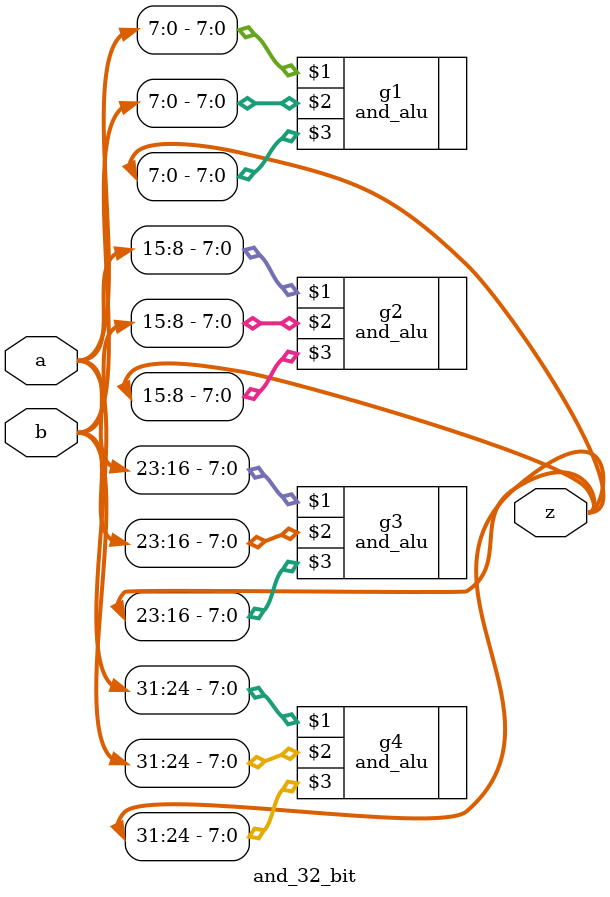
<source format=v>
`timescale 1ns / 1ps

module and_32_bit(a,b,z
    );
    input [31:0] a,b;
    output wire [31:0] z;
    and_alu g1(a[7:0],b[7:0],z[7:0]);
    and_alu g2(a[15:8],b[15:8],z[15:8]);
    and_alu g3(a[23:16],b[23:16],z[23:16]);
    and_alu g4(a[31:24],b[31:24],z[31:24]);
    
endmodule

</source>
